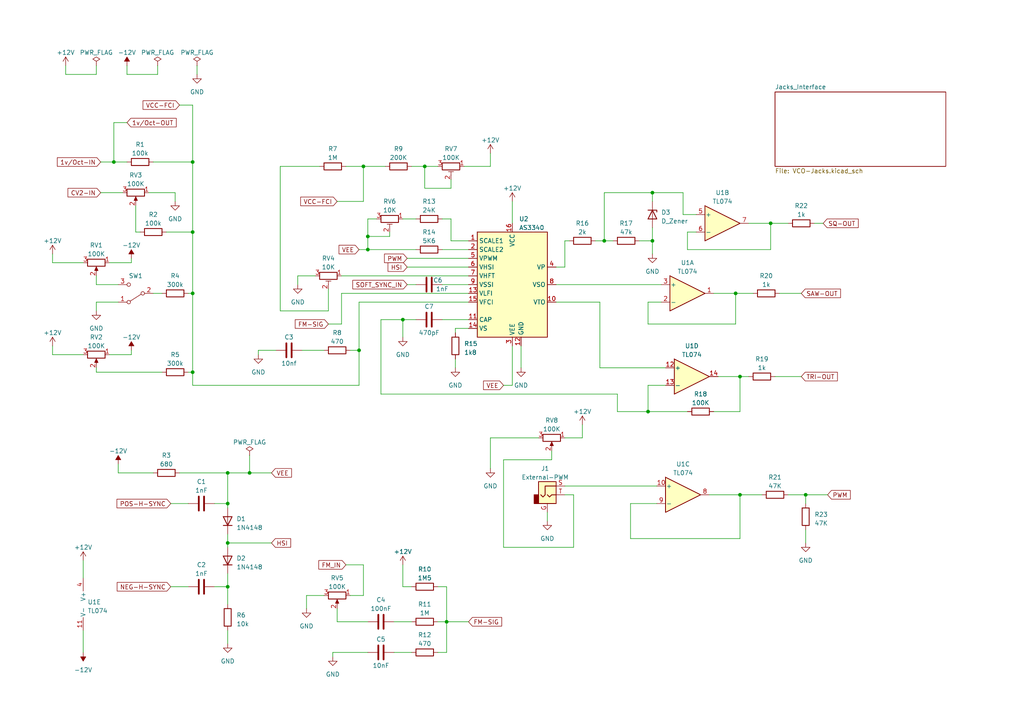
<source format=kicad_sch>
(kicad_sch (version 20230121) (generator eeschema)
  (paper "A4")
  (lib_symbols
    (symbol "Amplifier_Operational:TL074" (pin_names (offset 0.127))
      (property "Reference" "U" (at 0 5.08 0))
      (property "Value" "TL074" (at 0 -5.08 0))
      (symbol "TL074_1_1"
        (polyline (pts (xy -5.08 5.08) (xy 5.08 0) (xy -5.08 -5.08) (xy -5.08 5.08)) (stroke (width 0.254)) (fill (type background)))
        (pin output line (at 7.62 0 180) (length 2.54) (name "~") (number "1"))
        (pin input line (at -7.62 -2.54 0) (length 2.54) (name "-") (number "2"))
        (pin input line (at -7.62 2.54 0) (length 2.54) (name "+") (number "3"))
      )
      (symbol "TL074_2_1"
        (polyline (pts (xy -5.08 5.08) (xy 5.08 0) (xy -5.08 -5.08) (xy -5.08 5.08)) (stroke (width 0.254)) (fill (type background)))
        (pin input line (at -7.62 2.54 0) (length 2.54) (name "+") (number "5"))
        (pin input line (at -7.62 -2.54 0) (length 2.54) (name "-") (number "6"))
        (pin output line (at 7.62 0 180) (length 2.54) (name "~") (number "7"))
      )
      (symbol "TL074_3_1"
        (polyline (pts (xy -5.08 5.08) (xy 5.08 0) (xy -5.08 -5.08) (xy -5.08 5.08)) (stroke (width 0.254)) (fill (type background)))
        (pin input line (at -7.62 2.54 0) (length 2.54) (name "+") (number "10"))
        (pin output line (at 7.62 0 180) (length 2.54) (name "~") (number "8"))
        (pin input line (at -7.62 -2.54 0) (length 2.54) (name "-") (number "9"))
      )
      (symbol "TL074_4_1"
        (polyline (pts (xy -5.08 5.08) (xy 5.08 0) (xy -5.08 -5.08) (xy -5.08 5.08)) (stroke (width 0.254)) (fill (type background)))
        (pin input line (at -7.62 2.54 0) (length 2.54) (name "+") (number "12"))
        (pin input line (at -7.62 -2.54 0) (length 2.54) (name "-") (number "13"))
        (pin output line (at 7.62 0 180) (length 2.54) (name "~") (number "14"))
      )
      (symbol "TL074_5_1"
        (pin power_in line (at -2.54 -7.62 90) (length 3.81) (name "V-") (number "11"))
        (pin power_in line (at -2.54 7.62 270) (length 3.81) (name "V+") (number "4"))
      )
    )
    (symbol "Audio:AS3340"
      (property "Reference" "U" (at -5.08 17.78 0))
      (property "Value" "AS3340" (at 5.08 17.78 0))
      (symbol "AS3340_0_1"
        (rectangle (start -10.16 15.24) (end 10.16 -15.24) (stroke (width 0.254)) (fill (type background)))
      )
      (symbol "AS3340_1_1"
        (pin input line (at -12.7 12.7 0) (length 2.54) (name "SCALE1") (number "1"))
        (pin output line (at 12.7 -5.08 180) (length 2.54) (name "VTO") (number "10"))
        (pin passive line (at -12.7 -10.16 0) (length 2.54) (name "CAP") (number "11"))
        (pin power_in line (at 2.54 -17.78 90) (length 2.54) (name "GND") (number "12"))
        (pin input line (at -12.7 -2.54 0) (length 2.54) (name "VLFI") (number "13"))
        (pin passive line (at -12.7 -12.7 0) (length 2.54) (name "VS") (number "14"))
        (pin input line (at -12.7 -5.08 0) (length 2.54) (name "VFCI") (number "15"))
        (pin power_in line (at 0 17.78 270) (length 2.54) (name "VCC") (number "16"))
        (pin input line (at -12.7 10.16 0) (length 2.54) (name "SCALE2") (number "2"))
        (pin power_in line (at 0 -17.78 90) (length 2.54) (name "VEE") (number "3"))
        (pin output line (at 12.7 5.08 180) (length 2.54) (name "VP") (number "4"))
        (pin input line (at -12.7 7.62 0) (length 2.54) (name "VPWM") (number "5"))
        (pin input line (at -12.7 5.08 0) (length 2.54) (name "VHSI") (number "6"))
        (pin input line (at -12.7 2.54 0) (length 2.54) (name "VHFT") (number "7"))
        (pin output line (at 12.7 0 180) (length 2.54) (name "VSO") (number "8"))
        (pin input line (at -12.7 0 0) (length 2.54) (name "VSSI") (number "9"))
      )
    )
    (symbol "Connector_Audio:AudioJack2_Ground"
      (property "Reference" "J" (at 0 8.89 0))
      (property "Value" "AudioJack2_Ground" (at 0 6.35 0))
      (symbol "AudioJack2_Ground_0_1"
        (rectangle (start -2.54 -2.54) (end -3.81 0) (stroke (width 0.254)) (fill (type outline)))
        (polyline (pts (xy 0 0) (xy 0.635 -0.635) (xy 1.27 0) (xy 2.54 0)) (stroke (width 0.254)))
        (polyline (pts (xy 2.54 2.54) (xy -0.635 2.54) (xy -0.635 0) (xy -1.27 -0.635) (xy -1.905 0)) (stroke (width 0.254)))
        (rectangle (start 2.54 3.81) (end -2.54 -2.54) (stroke (width 0.254)) (fill (type background)))
      )
      (symbol "AudioJack2_Ground_1_1"
        (pin passive line (at 0 -5.08 90) (length 2.54) (name "~") (number "G"))
        (pin passive line (at 5.08 2.54 180) (length 2.54) (name "~") (number "S"))
        (pin passive line (at 5.08 0 180) (length 2.54) (name "~") (number "T"))
      )
    )
    (symbol "Device:C" (pin_numbers hide) (pin_names (offset 0.254))
      (property "Reference" "C" (at 0.635 2.54 0))
      (property "Value" "C" (at 0.635 -2.54 0))
      (symbol "C_0_1"
        (polyline (pts (xy -2.032 -0.762) (xy 2.032 -0.762)) (stroke (width 0.508)))
        (polyline (pts (xy -2.032 0.762) (xy 2.032 0.762)) (stroke (width 0.508)))
      )
      (symbol "C_1_1"
        (pin passive line (at 0 3.81 270) (length 2.794) (name "~") (number "1"))
        (pin passive line (at 0 -3.81 90) (length 2.794) (name "~") (number "2"))
      )
    )
    (symbol "Device:D_Zener" (pin_numbers hide) (pin_names (offset 1.016) hide)
      (property "Reference" "D" (at 0 2.54 0))
      (property "Value" "D_Zener" (at 0 -2.54 0))
      (symbol "D_Zener_0_1"
        (polyline (pts (xy 1.27 0) (xy -1.27 0)))
        (polyline (pts (xy -1.27 -1.27) (xy -1.27 1.27) (xy -0.762 1.27)) (stroke (width 0.254)))
        (polyline (pts (xy 1.27 -1.27) (xy 1.27 1.27) (xy -1.27 0) (xy 1.27 -1.27)) (stroke (width 0.254)))
      )
      (symbol "D_Zener_1_1"
        (pin passive line (at -3.81 0 0) (length 2.54) (name "K") (number "1"))
        (pin passive line (at 3.81 0 180) (length 2.54) (name "A") (number "2"))
      )
    )
    (symbol "Device:R" (pin_numbers hide) (pin_names (offset 0))
      (property "Reference" "R" (at 2.032 0 90))
      (property "Value" "R" (at 0 0 90))
      (symbol "R_0_1"
        (rectangle (start -1.016 -2.54) (end 1.016 2.54) (stroke (width 0.254)))
      )
      (symbol "R_1_1"
        (pin passive line (at 0 3.81 270) (length 1.27) (name "~") (number "1"))
        (pin passive line (at 0 -3.81 90) (length 1.27) (name "~") (number "2"))
      )
    )
    (symbol "Device:R_Potentiometer" (pin_names (offset 1.016) hide)
      (property "Reference" "RV" (at -4.445 0 90))
      (property "Value" "R_Potentiometer" (at -2.54 0 90))
      (symbol "R_Potentiometer_0_1"
        (polyline (pts (xy 2.54 0) (xy 1.524 0)))
        (polyline (pts (xy 1.143 0) (xy 2.286 0.508) (xy 2.286 -0.508) (xy 1.143 0)) (fill (type outline)))
        (rectangle (start 1.016 2.54) (end -1.016 -2.54) (stroke (width 0.254)))
      )
      (symbol "R_Potentiometer_1_1"
        (pin passive line (at 0 3.81 270) (length 1.27) (name "1") (number "1"))
        (pin passive line (at 3.81 0 180) (length 1.27) (name "2") (number "2"))
        (pin passive line (at 0 -3.81 90) (length 1.27) (name "3") (number "3"))
      )
    )
    (symbol "Device:R_Potentiometer_Trim" (pin_names (offset 1.016) hide)
      (property "Reference" "RV" (at -4.445 0 90))
      (property "Value" "R_Potentiometer_Trim" (at -2.54 0 90))
      (symbol "R_Potentiometer_Trim_0_1"
        (polyline (pts (xy 1.524 0.762) (xy 1.524 -0.762)))
        (polyline (pts (xy 2.54 0) (xy 1.524 0)))
        (rectangle (start 1.016 2.54) (end -1.016 -2.54) (stroke (width 0.254)))
      )
      (symbol "R_Potentiometer_Trim_1_1"
        (pin passive line (at 0 3.81 270) (length 1.27) (name "1") (number "1"))
        (pin passive line (at 3.81 0 180) (length 1.27) (name "2") (number "2"))
        (pin passive line (at 0 -3.81 90) (length 1.27) (name "3") (number "3"))
      )
    )
    (symbol "Diode:1N4148" (pin_numbers hide) (pin_names hide)
      (property "Reference" "D" (at 0 2.54 0))
      (property "Value" "1N4148" (at 0 -2.54 0))
      (symbol "1N4148_0_1"
        (polyline (pts (xy -1.27 1.27) (xy -1.27 -1.27)) (stroke (width 0.254)))
        (polyline (pts (xy 1.27 0) (xy -1.27 0)))
        (polyline (pts (xy 1.27 1.27) (xy 1.27 -1.27) (xy -1.27 0) (xy 1.27 1.27)) (stroke (width 0.254)))
      )
      (symbol "1N4148_1_1"
        (pin passive line (at -3.81 0 0) (length 2.54) (name "K") (number "1"))
        (pin passive line (at 3.81 0 180) (length 2.54) (name "A") (number "2"))
      )
    )
    (symbol "Switch:SW_SPDT" (pin_names (offset 0) hide)
      (property "Reference" "SW" (at 0 4.318 0))
      (property "Value" "SW_SPDT" (at 0 -5.08 0))
      (symbol "SW_SPDT_0_0"
        (circle (center -2.032 0) (radius 0.508))
        (circle (center 2.032 -2.54) (radius 0.508))
      )
      (symbol "SW_SPDT_0_1"
        (polyline (pts (xy -1.524 0.254) (xy 1.651 2.286)))
        (circle (center 2.032 2.54) (radius 0.508))
      )
      (symbol "SW_SPDT_1_1"
        (pin passive line (at 5.08 2.54 180) (length 2.54) (name "A") (number "1"))
        (pin passive line (at -5.08 0 0) (length 2.54) (name "B") (number "2"))
        (pin passive line (at 5.08 -2.54 180) (length 2.54) (name "C") (number "3"))
      )
    )
    (symbol "power:+12V" (power) (pin_names (offset 0))
      (property "Value" "+12V" (at 0 3.556 0))
      (symbol "+12V_0_1"
        (polyline (pts (xy -0.762 1.27) (xy 0 2.54)))
        (polyline (pts (xy 0 0) (xy 0 2.54)))
        (polyline (pts (xy 0 2.54) (xy 0.762 1.27)))
      )
      (symbol "+12V_1_1"
        (pin power_in line (at 0 0 90) (length 0) hide (name "+12V") (number "1"))
      )
    )
    (symbol "power:-12V" (power) (pin_names (offset 0))
      (property "Value" "-12V" (at 0 3.81 0))
      (symbol "-12V_0_0"
        (pin power_in line (at 0 0 90) (length 0) hide (name "-12V") (number "1"))
      )
      (symbol "-12V_0_1"
        (polyline (pts (xy 0 0) (xy 0 1.27) (xy 0.762 1.27) (xy 0 2.54) (xy -0.762 1.27) (xy 0 1.27)) (fill (type outline)))
      )
    )
    (symbol "power:GND" (power) (pin_names (offset 0))
      (property "Value" "GND" (at 0 -3.81 0))
      (symbol "GND_0_1"
        (polyline (pts (xy 0 0) (xy 0 -1.27) (xy 1.27 -1.27) (xy 0 -2.54) (xy -1.27 -1.27) (xy 0 -1.27)))
      )
      (symbol "GND_1_1"
        (pin power_in line (at 0 0 270) (length 0) hide (name "GND") (number "1"))
      )
    )
    (symbol "power:PWR_FLAG" (power) (pin_numbers hide) (pin_names (offset 0) hide)
      (property "Value" "PWR_FLAG" (at 0 3.81 0))
      (symbol "PWR_FLAG_0_0"
        (pin power_out line (at 0 0 90) (length 0) (name "pwr") (number "1"))
      )
      (symbol "PWR_FLAG_0_1"
        (polyline (pts (xy 0 0) (xy 0 1.27) (xy -1.016 1.905) (xy 0 2.54) (xy 1.016 1.905) (xy 0 1.27)))
      )
    )
  )
  (junction (at 213.36 85.09))
  (junction (at 106.68 68.58))
  (junction (at 187.96 119.38))
  (junction (at 72.39 137.16))
  (junction (at 223.52 64.77))
  (junction (at 123.19 48.26))
  (junction (at 233.68 143.51))
  (junction (at 104.14 101.6))
  (junction (at 214.63 143.51))
  (junction (at 55.88 107.95))
  (junction (at 129.54 180.34))
  (junction (at 189.23 69.85))
  (junction (at 189.23 55.88))
  (junction (at 66.04 170.18))
  (junction (at 66.04 157.48))
  (junction (at 214.63 109.22))
  (junction (at 175.26 69.85))
  (junction (at 66.04 146.05))
  (junction (at 55.88 67.31))
  (junction (at 55.88 46.99))
  (junction (at 33.02 46.99))
  (junction (at 55.88 85.09))
  (junction (at 105.41 48.26))
  (junction (at 66.04 137.16))
  (junction (at 116.84 92.71))
  (junction (at 106.68 72.39))
  (wire (pts (xy 214.63 109.22) (xy 217.17 109.22)))
  (wire (pts (xy 24.13 162.56) (xy 24.13 167.64)))
  (wire (pts (xy 128.27 72.39) (xy 135.89 72.39)))
  (wire (pts (xy 106.68 68.58) (xy 106.68 72.39)))
  (wire (pts (xy 166.37 143.51) (xy 166.37 158.75)))
  (wire (pts (xy 130.81 63.5) (xy 130.81 69.85)))
  (wire (pts (xy 207.01 85.09) (xy 213.36 85.09)))
  (wire (pts (xy 33.02 46.99) (xy 33.02 35.56)))
  (wire (pts (xy 187.96 111.76) (xy 187.96 119.38)))
  (wire (pts (xy 105.41 48.26) (xy 111.76 48.26)))
  (wire (pts (xy 62.23 146.05) (xy 66.04 146.05)))
  (wire (pts (xy 104.14 87.63) (xy 104.14 101.6)))
  (wire (pts (xy 27.94 82.55) (xy 34.29 82.55)))
  (wire (pts (xy 198.12 62.23) (xy 198.12 55.88)))
  (wire (pts (xy 15.24 73.66) (xy 15.24 76.2)))
  (wire (pts (xy 182.88 156.21) (xy 214.63 156.21)))
  (wire (pts (xy 33.02 35.56) (xy 36.83 35.56)))
  (wire (pts (xy 46.99 107.95) (xy 27.94 107.95)))
  (wire (pts (xy 31.75 76.2) (xy 38.1 76.2)))
  (wire (pts (xy 123.19 54.61) (xy 123.19 48.26)))
  (wire (pts (xy 120.65 92.71) (xy 116.84 92.71)))
  (wire (pts (xy 187.96 87.63) (xy 191.77 87.63)))
  (wire (pts (xy 118.11 82.55) (xy 120.65 82.55)))
  (wire (pts (xy 228.6 143.51) (xy 233.68 143.51)))
  (wire (pts (xy 132.08 104.14) (xy 132.08 106.68)))
  (wire (pts (xy 213.36 93.98) (xy 187.96 93.98)))
  (wire (pts (xy 199.39 67.31) (xy 199.39 72.39)))
  (wire (pts (xy 88.9 172.72) (xy 93.98 172.72)))
  (wire (pts (xy 163.83 140.97) (xy 190.5 140.97)))
  (wire (pts (xy 148.59 58.42) (xy 148.59 64.77)))
  (wire (pts (xy 236.22 64.77) (xy 238.76 64.77)))
  (wire (pts (xy 91.44 80.01) (xy 86.36 80.01)))
  (wire (pts (xy 224.79 109.22) (xy 232.41 109.22)))
  (wire (pts (xy 43.18 55.88) (xy 50.8 55.88)))
  (wire (pts (xy 110.49 92.71) (xy 110.49 114.3)))
  (wire (pts (xy 179.07 114.3) (xy 179.07 119.38)))
  (wire (pts (xy 129.54 170.18) (xy 129.54 180.34)))
  (wire (pts (xy 105.41 172.72) (xy 105.41 163.83)))
  (wire (pts (xy 118.11 77.47) (xy 135.89 77.47)))
  (wire (pts (xy 128.27 82.55) (xy 135.89 82.55)))
  (wire (pts (xy 118.11 74.93) (xy 135.89 74.93)))
  (wire (pts (xy 74.93 101.6) (xy 74.93 102.87)))
  (wire (pts (xy 110.49 114.3) (xy 179.07 114.3)))
  (wire (pts (xy 214.63 143.51) (xy 205.74 143.51)))
  (wire (pts (xy 55.88 46.99) (xy 55.88 30.48)))
  (wire (pts (xy 173.99 87.63) (xy 173.99 106.68)))
  (wire (pts (xy 161.29 87.63) (xy 173.99 87.63)))
  (wire (pts (xy 142.24 48.26) (xy 134.62 48.26)))
  (wire (pts (xy 81.28 90.17) (xy 95.25 90.17)))
  (wire (pts (xy 55.88 67.31) (xy 55.88 46.99)))
  (wire (pts (xy 15.24 102.87) (xy 24.13 102.87)))
  (wire (pts (xy 116.84 163.83) (xy 116.84 170.18)))
  (wire (pts (xy 130.81 54.61) (xy 123.19 54.61)))
  (wire (pts (xy 214.63 156.21) (xy 214.63 143.51)))
  (wire (pts (xy 156.21 127) (xy 142.24 127)))
  (wire (pts (xy 214.63 119.38) (xy 214.63 109.22)))
  (wire (pts (xy 24.13 182.88) (xy 24.13 189.23)))
  (wire (pts (xy 66.04 146.05) (xy 66.04 147.32)))
  (wire (pts (xy 223.52 72.39) (xy 223.52 64.77)))
  (wire (pts (xy 142.24 127) (xy 142.24 135.89)))
  (wire (pts (xy 114.3 189.23) (xy 119.38 189.23)))
  (wire (pts (xy 106.68 63.5) (xy 106.68 68.58)))
  (wire (pts (xy 27.94 80.01) (xy 27.94 82.55)))
  (wire (pts (xy 97.79 58.42) (xy 105.41 58.42)))
  (wire (pts (xy 105.41 163.83) (xy 100.33 163.83)))
  (wire (pts (xy 105.41 58.42) (xy 105.41 48.26)))
  (wire (pts (xy 66.04 157.48) (xy 78.74 157.48)))
  (wire (pts (xy 104.14 101.6) (xy 104.14 111.76)))
  (wire (pts (xy 96.52 189.23) (xy 96.52 190.5)))
  (wire (pts (xy 163.83 127) (xy 168.91 127)))
  (wire (pts (xy 49.53 146.05) (xy 54.61 146.05)))
  (wire (pts (xy 160.02 133.35) (xy 160.02 130.81)))
  (wire (pts (xy 52.07 137.16) (xy 66.04 137.16)))
  (wire (pts (xy 72.39 132.08) (xy 72.39 137.16)))
  (wire (pts (xy 223.52 64.77) (xy 217.17 64.77)))
  (wire (pts (xy 54.61 107.95) (xy 55.88 107.95)))
  (wire (pts (xy 175.26 69.85) (xy 177.8 69.85)))
  (wire (pts (xy 33.02 46.99) (xy 36.83 46.99)))
  (wire (pts (xy 15.24 100.33) (xy 15.24 102.87)))
  (wire (pts (xy 130.81 52.07) (xy 130.81 54.61)))
  (wire (pts (xy 55.88 111.76) (xy 55.88 107.95)))
  (wire (pts (xy 114.3 180.34) (xy 119.38 180.34)))
  (wire (pts (xy 135.89 87.63) (xy 104.14 87.63)))
  (wire (pts (xy 55.88 67.31) (xy 55.88 85.09)))
  (wire (pts (xy 80.01 101.6) (xy 74.93 101.6)))
  (wire (pts (xy 86.36 80.01) (xy 86.36 82.55)))
  (wire (pts (xy 189.23 55.88) (xy 175.26 55.88)))
  (wire (pts (xy 151.13 100.33) (xy 151.13 106.68)))
  (wire (pts (xy 233.68 153.67) (xy 233.68 157.48)))
  (wire (pts (xy 119.38 48.26) (xy 123.19 48.26)))
  (wire (pts (xy 148.59 111.76) (xy 148.59 100.33)))
  (wire (pts (xy 223.52 64.77) (xy 228.6 64.77)))
  (wire (pts (xy 81.28 48.26) (xy 81.28 90.17)))
  (wire (pts (xy 166.37 158.75) (xy 146.05 158.75)))
  (wire (pts (xy 38.1 76.2) (xy 38.1 74.93)))
  (wire (pts (xy 161.29 82.55) (xy 191.77 82.55)))
  (wire (pts (xy 95.25 93.98) (xy 99.06 93.98)))
  (wire (pts (xy 66.04 166.37) (xy 66.04 170.18)))
  (wire (pts (xy 129.54 189.23) (xy 129.54 180.34)))
  (wire (pts (xy 49.53 170.18) (xy 54.61 170.18)))
  (wire (pts (xy 31.75 102.87) (xy 38.1 102.87)))
  (wire (pts (xy 29.21 55.88) (xy 35.56 55.88)))
  (wire (pts (xy 27.94 21.59) (xy 27.94 19.05)))
  (wire (pts (xy 116.84 92.71) (xy 116.84 97.79)))
  (wire (pts (xy 29.21 46.99) (xy 33.02 46.99)))
  (wire (pts (xy 163.83 143.51) (xy 166.37 143.51)))
  (wire (pts (xy 193.04 111.76) (xy 187.96 111.76)))
  (wire (pts (xy 161.29 77.47) (xy 163.83 77.47)))
  (wire (pts (xy 88.9 172.72) (xy 88.9 176.53)))
  (wire (pts (xy 201.93 67.31) (xy 199.39 67.31)))
  (wire (pts (xy 104.14 111.76) (xy 55.88 111.76)))
  (wire (pts (xy 187.96 119.38) (xy 199.39 119.38)))
  (wire (pts (xy 213.36 85.09) (xy 218.44 85.09)))
  (wire (pts (xy 198.12 55.88) (xy 189.23 55.88)))
  (wire (pts (xy 189.23 66.04) (xy 189.23 69.85)))
  (wire (pts (xy 128.27 92.71) (xy 135.89 92.71)))
  (wire (pts (xy 127 170.18) (xy 129.54 170.18)))
  (wire (pts (xy 208.28 109.22) (xy 214.63 109.22)))
  (wire (pts (xy 233.68 143.51) (xy 240.03 143.51)))
  (wire (pts (xy 15.24 76.2) (xy 24.13 76.2)))
  (wire (pts (xy 101.6 172.72) (xy 105.41 172.72)))
  (wire (pts (xy 66.04 170.18) (xy 66.04 175.26)))
  (wire (pts (xy 92.71 48.26) (xy 81.28 48.26)))
  (wire (pts (xy 48.26 67.31) (xy 55.88 67.31)))
  (wire (pts (xy 207.01 119.38) (xy 214.63 119.38)))
  (wire (pts (xy 38.1 102.87) (xy 38.1 101.6)))
  (wire (pts (xy 146.05 133.35) (xy 160.02 133.35)))
  (wire (pts (xy 52.07 30.48) (xy 55.88 30.48)))
  (wire (pts (xy 190.5 146.05) (xy 182.88 146.05)))
  (wire (pts (xy 54.61 85.09) (xy 55.88 85.09)))
  (wire (pts (xy 146.05 111.76) (xy 148.59 111.76)))
  (wire (pts (xy 66.04 182.88) (xy 66.04 186.69)))
  (wire (pts (xy 127 180.34) (xy 129.54 180.34)))
  (wire (pts (xy 132.08 95.25) (xy 135.89 95.25)))
  (wire (pts (xy 179.07 119.38) (xy 187.96 119.38)))
  (wire (pts (xy 163.83 77.47) (xy 163.83 69.85)))
  (wire (pts (xy 163.83 69.85) (xy 165.1 69.85)))
  (wire (pts (xy 19.05 21.59) (xy 27.94 21.59)))
  (wire (pts (xy 226.06 85.09) (xy 232.41 85.09)))
  (wire (pts (xy 72.39 137.16) (xy 78.74 137.16)))
  (wire (pts (xy 97.79 180.34) (xy 106.68 180.34)))
  (wire (pts (xy 66.04 137.16) (xy 72.39 137.16)))
  (wire (pts (xy 172.72 69.85) (xy 175.26 69.85)))
  (wire (pts (xy 158.75 148.59) (xy 158.75 151.13)))
  (wire (pts (xy 36.83 21.59) (xy 45.72 21.59)))
  (wire (pts (xy 201.93 62.23) (xy 198.12 62.23)))
  (wire (pts (xy 95.25 90.17) (xy 95.25 83.82)))
  (wire (pts (xy 185.42 69.85) (xy 189.23 69.85)))
  (wire (pts (xy 123.19 48.26) (xy 127 48.26)))
  (wire (pts (xy 99.06 85.09) (xy 135.89 85.09)))
  (wire (pts (xy 97.79 176.53) (xy 97.79 180.34)))
  (wire (pts (xy 129.54 180.34) (xy 135.89 180.34)))
  (wire (pts (xy 66.04 154.94) (xy 66.04 157.48)))
  (wire (pts (xy 132.08 95.25) (xy 132.08 96.52)))
  (wire (pts (xy 189.23 55.88) (xy 189.23 58.42)))
  (wire (pts (xy 50.8 55.88) (xy 50.8 58.42)))
  (wire (pts (xy 113.03 67.31) (xy 113.03 68.58)))
  (wire (pts (xy 36.83 19.05) (xy 36.83 21.59)))
  (wire (pts (xy 57.15 19.05) (xy 57.15 21.59)))
  (wire (pts (xy 99.06 93.98) (xy 99.06 85.09)))
  (wire (pts (xy 106.68 72.39) (xy 120.65 72.39)))
  (wire (pts (xy 199.39 72.39) (xy 223.52 72.39)))
  (wire (pts (xy 187.96 93.98) (xy 187.96 87.63)))
  (wire (pts (xy 34.29 87.63) (xy 27.94 87.63)))
  (wire (pts (xy 130.81 69.85) (xy 135.89 69.85)))
  (wire (pts (xy 62.23 170.18) (xy 66.04 170.18)))
  (wire (pts (xy 27.94 87.63) (xy 27.94 90.17)))
  (wire (pts (xy 19.05 19.05) (xy 19.05 21.59)))
  (wire (pts (xy 109.22 63.5) (xy 106.68 63.5)))
  (wire (pts (xy 106.68 189.23) (xy 96.52 189.23)))
  (wire (pts (xy 116.84 63.5) (xy 120.65 63.5)))
  (wire (pts (xy 27.94 107.95) (xy 27.94 106.68)))
  (wire (pts (xy 116.84 170.18) (xy 119.38 170.18)))
  (wire (pts (xy 113.03 68.58) (xy 106.68 68.58)))
  (wire (pts (xy 233.68 143.51) (xy 233.68 146.05)))
  (wire (pts (xy 44.45 46.99) (xy 55.88 46.99)))
  (wire (pts (xy 104.14 72.39) (xy 106.68 72.39)))
  (wire (pts (xy 99.06 80.01) (xy 135.89 80.01)))
  (wire (pts (xy 45.72 21.59) (xy 45.72 19.05)))
  (wire (pts (xy 127 189.23) (xy 129.54 189.23)))
  (wire (pts (xy 104.14 101.6) (xy 101.6 101.6)))
  (wire (pts (xy 66.04 157.48) (xy 66.04 158.75)))
  (wire (pts (xy 39.37 59.69) (xy 39.37 67.31)))
  (wire (pts (xy 39.37 67.31) (xy 40.64 67.31)))
  (wire (pts (xy 142.24 44.45) (xy 142.24 48.26)))
  (wire (pts (xy 128.27 63.5) (xy 130.81 63.5)))
  (wire (pts (xy 100.33 48.26) (xy 105.41 48.26)))
  (wire (pts (xy 110.49 92.71) (xy 116.84 92.71)))
  (wire (pts (xy 182.88 146.05) (xy 182.88 156.21)))
  (wire (pts (xy 168.91 127) (xy 168.91 123.19)))
  (wire (pts (xy 55.88 107.95) (xy 55.88 85.09)))
  (wire (pts (xy 66.04 137.16) (xy 66.04 146.05)))
  (wire (pts (xy 175.26 55.88) (xy 175.26 69.85)))
  (wire (pts (xy 87.63 101.6) (xy 93.98 101.6)))
  (wire (pts (xy 213.36 85.09) (xy 213.36 93.98)))
  (wire (pts (xy 173.99 106.68) (xy 193.04 106.68)))
  (wire (pts (xy 214.63 143.51) (xy 220.98 143.51)))
  (wire (pts (xy 34.29 137.16) (xy 44.45 137.16)))
  (wire (pts (xy 189.23 69.85) (xy 189.23 73.66)))
  (wire (pts (xy 146.05 158.75) (xy 146.05 133.35)))
  (wire (pts (xy 44.45 85.09) (xy 46.99 85.09)))
  (wire (pts (xy 34.29 134.62) (xy 34.29 137.16)))
  (global_label "VCC-FCI" (shape input) (at 97.79 58.42 180) (property "Intersheetrefs" "${INTERSHEET_REFS}" (effects hide)))
  (global_label "PWM" (shape input) (at 118.11 74.93 180) (property "Intersheetrefs" "${INTERSHEET_REFS}" (effects hide)))
  (global_label "SAW-OUT" (shape input) (at 232.41 85.09 0) (property "Intersheetrefs" "${INTERSHEET_REFS}" (effects hide)))
  (global_label "SQ-OUT" (shape input) (at 238.76 64.77 0) (property "Intersheetrefs" "${INTERSHEET_REFS}" (effects hide)))
  (global_label "FM-SIG" (shape input) (at 95.25 93.98 180) (property "Intersheetrefs" "${INTERSHEET_REFS}" (effects hide)))
  (global_label "PWM" (shape input) (at 240.03 143.51 0) (property "Intersheetrefs" "${INTERSHEET_REFS}" (effects hide)))
  (global_label "CV2-IN" (shape input) (at 29.21 55.88 180) (property "Intersheetrefs" "${INTERSHEET_REFS}" (effects hide)))
  (global_label "VCC-FCI" (shape input) (at 52.07 30.48 180) (property "Intersheetrefs" "${INTERSHEET_REFS}" (effects hide)))
  (global_label "TRI-OUT" (shape input) (at 232.41 109.22 0) (property "Intersheetrefs" "${INTERSHEET_REFS}" (effects hide)))
  (global_label "HSI" (shape input) (at 78.74 157.48 0) (property "Intersheetrefs" "${INTERSHEET_REFS}" (effects hide)))
  (global_label "HSI" (shape input) (at 118.11 77.47 180) (property "Intersheetrefs" "${INTERSHEET_REFS}" (effects hide)))
  (global_label "VEE" (shape input) (at 78.74 137.16 0) (property "Intersheetrefs" "${INTERSHEET_REFS}" (effects hide)))
  (global_label "NEG-H-SYNC" (shape input) (at 49.53 170.18 180) (property "Intersheetrefs" "${INTERSHEET_REFS}" (effects hide)))
  (global_label "SOFT_SYNC_IN" (shape input) (at 118.11 82.55 180) (property "Intersheetrefs" "${INTERSHEET_REFS}" (effects hide)))
  (global_label "VEE" (shape input) (at 104.14 72.39 180) (property "Intersheetrefs" "${INTERSHEET_REFS}" (effects hide)))
  (global_label "1v{slash}Oct-IN" (shape input) (at 29.21 46.99 180) (property "Intersheetrefs" "${INTERSHEET_REFS}" (effects hide)))
  (global_label "VEE" (shape input) (at 146.05 111.76 180) (property "Intersheetrefs" "${INTERSHEET_REFS}" (effects hide)))
  (global_label "1v{slash}Oct-OUT" (shape input) (at 36.83 35.56 0) (property "Intersheetrefs" "${INTERSHEET_REFS}" (effects hide)))
  (global_label "FM-SIG" (shape input) (at 135.89 180.34 0) (property "Intersheetrefs" "${INTERSHEET_REFS}" (effects hide)))
  (global_label "FM_IN" (shape input) (at 100.33 163.83 180) (property "Intersheetrefs" "${INTERSHEET_REFS}" (effects hide)))
  (global_label "POS-H-SYNC" (shape input) (at 49.53 146.05 180) (property "Intersheetrefs" "${INTERSHEET_REFS}" (effects hide)))
  (symbol (lib_id "Device:R") (at 123.19 180.34 270) (unit 1)
    (property "Reference" "R11" (at 123.19 175.26 90))
    (property "Value" "1M" (at 123.19 177.8 90))
    (property "Footprint" "Resistor_THT:R_Axial_DIN0207_L6.3mm_D2.5mm_P2.54mm_Vertical" (effects hide))
  )
  (symbol (lib_id "Device:R") (at 124.46 72.39 270) (unit 1)
    (property "Reference" "R14" (at 124.46 67.31 90))
    (property "Value" "5K6" (at 124.46 69.85 90))
    (property "Footprint" "Resistor_THT:R_Axial_DIN0207_L6.3mm_D2.5mm_P2.54mm_Vertical" (effects hide))
  )
  (symbol (lib_id "power:GND") (at 151.13 106.68 0) (unit 1)
    (property "Reference" "#PWR024" (effects hide))
    (property "Value" "GND" (at 151.13 111.76 0))
  )
  (symbol (lib_id "power:GND") (at 189.23 73.66 0) (unit 1)
    (property "Reference" "#PWR027" (effects hide))
    (property "Value" "GND" (at 189.23 78.74 0))
  )
  (symbol (lib_id "Amplifier_Operational:TL074") (at 198.12 143.51 0) (unit 3)
    (property "Reference" "U1" (at 198.12 134.62 0))
    (property "Value" "TL074" (at 198.12 137.16 0))
    (property "Footprint" "Package_DIP:DIP-14_W7.62mm" (effects hide))
    (property "Datasheet" "http://www.ti.com/lit/ds/symlink/tl071.pdf" (effects hide))
  )
  (symbol (lib_id "power:GND") (at 116.84 97.79 0) (unit 1)
    (property "Reference" "#PWR018" (effects hide))
    (property "Value" "GND" (at 116.84 102.87 0))
  )
  (symbol (lib_id "power:+12V") (at 15.24 100.33 0) (unit 1)
    (property "Reference" "#PWR02" (effects hide))
    (property "Value" "+12V" (at 15.24 96.52 0))
  )
  (symbol (lib_id "Device:C") (at 110.49 180.34 90) (unit 1)
    (property "Reference" "C4" (at 110.49 173.99 90))
    (property "Value" "100nF" (at 110.49 176.53 90))
    (property "Footprint" "Capacitor_THT:C_Axial_L3.8mm_D2.6mm_P10.00mm_Horizontal" (effects hide))
  )
  (symbol (lib_id "Device:R_Potentiometer") (at 160.02 127 270) (unit 1)
    (property "Reference" "RV8" (at 160.02 121.92 90))
    (property "Value" "100K" (at 160.02 124.46 90))
  )
  (symbol (lib_id "Amplifier_Operational:TL074") (at 199.39 85.09 0) (unit 1)
    (property "Reference" "U1" (at 199.39 76.2 0))
    (property "Value" "TL074" (at 199.39 78.74 0))
    (property "Footprint" "Package_DIP:DIP-14_W7.62mm" (effects hide))
    (property "Datasheet" "http://www.ti.com/lit/ds/symlink/tl071.pdf" (effects hide))
  )
  (symbol (lib_id "power:-12V") (at 36.83 19.05 0) (unit 1)
    (property "Reference" "#PWR08" (effects hide))
    (property "Value" "-12V" (at 36.83 15.24 0))
  )
  (symbol (lib_id "Device:R") (at 48.26 137.16 270) (unit 1)
    (property "Reference" "R3" (at 48.26 132.08 90))
    (property "Value" "680" (at 48.26 134.62 90))
    (property "Footprint" "Resistor_THT:R_Axial_DIN0207_L6.3mm_D2.5mm_P2.54mm_Vertical" (effects hide))
  )
  (symbol (lib_id "power:PWR_FLAG") (at 72.39 132.08 0) (unit 1)
    (property "Reference" "#FLG04" (effects hide))
    (property "Value" "PWR_FLAG" (at 72.39 128.27 0))
  )
  (symbol (lib_id "power:+12V") (at 148.59 58.42 0) (unit 1)
    (property "Reference" "#PWR023" (effects hide))
    (property "Value" "+12V" (at 148.59 54.61 0))
  )
  (symbol (lib_id "Device:R") (at 181.61 69.85 90) (unit 1)
    (property "Reference" "R17" (at 181.61 64.77 90))
    (property "Value" "47k" (at 181.61 67.31 90))
    (property "Footprint" "Resistor_THT:R_Axial_DIN0207_L6.3mm_D2.5mm_P2.54mm_Vertical" (effects hide))
  )
  (symbol (lib_id "power:GND") (at 158.75 151.13 0) (unit 1)
    (property "Reference" "#PWR025" (effects hide))
    (property "Value" "GND" (at 158.75 156.21 0))
  )
  (symbol (lib_id "power:GND") (at 88.9 176.53 0) (unit 1)
    (property "Reference" "#PWR016" (effects hide))
    (property "Value" "GND" (at 88.9 181.61 0))
  )
  (symbol (lib_id "Device:C") (at 110.49 189.23 90) (unit 1)
    (property "Reference" "C5" (at 110.49 185.42 90))
    (property "Value" "10nF" (at 110.49 193.04 90))
    (property "Footprint" "Capacitor_THT:C_Axial_L3.8mm_D2.6mm_P10.00mm_Horizontal" (effects hide))
  )
  (symbol (lib_id "Device:R_Potentiometer_Trim") (at 95.25 80.01 270) (unit 1)
    (property "Reference" "RV4" (at 95.25 74.93 90))
    (property "Value" "10K" (at 95.25 77.47 90))
    (property "Footprint" "Potentiometer_THT:Potentiometer_Bourns_3266Y_Vertical" (effects hide))
  )
  (symbol (lib_id "Device:C") (at 58.42 170.18 90) (unit 1)
    (property "Reference" "C2" (at 58.42 163.83 90))
    (property "Value" "1nF" (at 58.42 166.37 90))
    (property "Footprint" "Capacitor_THT:C_Axial_L3.8mm_D2.6mm_P10.00mm_Horizontal" (effects hide))
  )
  (symbol (lib_id "Amplifier_Operational:TL074") (at 26.67 175.26 0) (unit 5)
    (property "Reference" "U1" (at 25.4 174.625 0) (effects (justify left)))
    (property "Value" "TL074" (at 25.4 177.165 0) (effects (justify left)))
    (property "Footprint" "Package_DIP:DIP-14_W7.62mm" (effects hide))
    (property "Datasheet" "http://www.ti.com/lit/ds/symlink/tl071.pdf" (effects hide))
  )
  (symbol (lib_id "power:GND") (at 57.15 21.59 0) (unit 1)
    (property "Reference" "#PWR012" (effects hide))
    (property "Value" "GND" (at 57.15 26.67 0))
  )
  (symbol (lib_id "power:+12V") (at 168.91 123.19 0) (unit 1)
    (property "Reference" "#PWR026" (effects hide))
    (property "Value" "+12V" (at 168.91 119.38 0))
  )
  (symbol (lib_id "Device:R") (at 222.25 85.09 90) (unit 1)
    (property "Reference" "R20" (at 222.25 80.01 90))
    (property "Value" "1k" (at 222.25 82.55 90))
    (property "Footprint" "Resistor_THT:R_Axial_DIN0207_L6.3mm_D2.5mm_P2.54mm_Vertical" (effects hide))
  )
  (symbol (lib_id "Device:R") (at 115.57 48.26 270) (unit 1)
    (property "Reference" "R9" (at 115.57 43.18 90))
    (property "Value" "200K" (at 115.57 45.72 90))
    (property "Footprint" "Resistor_THT:R_Axial_DIN0207_L6.3mm_D2.5mm_P2.54mm_Vertical" (effects hide))
  )
  (symbol (lib_id "Device:D_Zener") (at 189.23 62.23 270) (unit 1)
    (property "Reference" "D3" (at 191.77 61.595 90) (effects (justify left)))
    (property "Value" "D_Zener" (at 191.77 64.135 90) (effects (justify left)))
    (property "Footprint" "Diode_THT:D_5KPW_P12.70mm_Horizontal" (effects hide))
  )
  (symbol (lib_id "power:GND") (at 50.8 58.42 0) (unit 1)
    (property "Reference" "#PWR011" (effects hide))
    (property "Value" "GND" (at 50.8 63.5 0))
  )
  (symbol (lib_id "power:+12V") (at 19.05 19.05 0) (unit 1)
    (property "Reference" "#PWR03" (effects hide))
    (property "Value" "+12V" (at 19.05 15.24 0))
  )
  (symbol (lib_id "power:PWR_FLAG") (at 27.94 19.05 0) (unit 1)
    (property "Reference" "#FLG01" (effects hide))
    (property "Value" "PWR_FLAG" (at 27.94 15.24 0))
  )
  (symbol (lib_id "power:+12V") (at 15.24 73.66 0) (unit 1)
    (property "Reference" "#PWR01" (effects hide))
    (property "Value" "+12V" (at 15.24 69.85 0))
  )
  (symbol (lib_id "Device:R") (at 233.68 149.86 0) (unit 1)
    (property "Reference" "R23" (at 236.22 149.225 0) (effects (justify left)))
    (property "Value" "47K" (at 236.22 151.765 0) (effects (justify left)))
    (property "Footprint" "Resistor_THT:R_Axial_DIN0207_L6.3mm_D2.5mm_P2.54mm_Vertical" (effects hide))
  )
  (symbol (lib_id "power:GND") (at 27.94 90.17 0) (unit 1)
    (property "Reference" "#PWR06" (effects hide))
    (property "Value" "GND" (at 27.94 95.25 0))
  )
  (symbol (lib_id "Device:C") (at 83.82 101.6 90) (unit 1)
    (property "Reference" "C3" (at 83.82 97.79 90))
    (property "Value" "10nf" (at 83.82 105.41 90))
    (property "Footprint" "Capacitor_THT:C_Axial_L3.8mm_D2.6mm_P10.00mm_Horizontal" (effects hide))
  )
  (symbol (lib_id "Device:R_Potentiometer_Trim") (at 130.81 48.26 270) (unit 1)
    (property "Reference" "RV7" (at 130.81 43.18 90))
    (property "Value" "100K" (at 130.81 45.72 90))
    (property "Footprint" "Potentiometer_THT:Potentiometer_Bourns_3266Y_Vertical" (effects hide))
  )
  (symbol (lib_id "Device:R") (at 123.19 189.23 270) (unit 1)
    (property "Reference" "R12" (at 123.19 184.15 90))
    (property "Value" "470" (at 123.19 186.69 90))
    (property "Footprint" "Resistor_THT:R_Axial_DIN0207_L6.3mm_D2.5mm_P2.54mm_Vertical" (effects hide))
  )
  (symbol (lib_id "Device:R") (at 96.52 48.26 270) (unit 1)
    (property "Reference" "R7" (at 96.52 43.18 90))
    (property "Value" "1M" (at 96.52 45.72 90))
    (property "Footprint" "Resistor_THT:R_Axial_DIN0207_L6.3mm_D2.5mm_P2.54mm_Vertical" (effects hide))
  )
  (symbol (lib_id "power:+12V") (at 24.13 162.56 0) (unit 1)
    (property "Reference" "#PWR04" (effects hide))
    (property "Value" "+12V" (at 24.13 158.75 0))
  )
  (symbol (lib_id "Device:R") (at 44.45 67.31 90) (unit 1)
    (property "Reference" "R2" (at 44.45 62.23 90))
    (property "Value" "100k" (at 44.45 64.77 90))
    (property "Footprint" "Resistor_THT:R_Axial_DIN0207_L6.3mm_D2.5mm_P2.54mm_Vertical" (effects hide))
  )
  (symbol (lib_id "Audio:AS3340") (at 148.59 82.55 0) (unit 1)
    (property "Reference" "U2" (at 150.5459 63.5 0) (effects (justify left)))
    (property "Value" "AS3340" (at 150.5459 66.04 0) (effects (justify left)))
    (property "Footprint" "Package_DIP:DIP-16_W7.62mm" (effects hide))
    (property "Datasheet" "http://www.alfarzpp.lv/eng/sc/AS3340.pdf" (effects hide))
  )
  (symbol (lib_id "power:-12V") (at 24.13 189.23 180) (unit 1)
    (property "Reference" "#PWR05" (effects hide))
    (property "Value" "-12V" (at 24.13 194.31 0))
  )
  (symbol (lib_id "Device:R") (at 232.41 64.77 90) (unit 1)
    (property "Reference" "R22" (at 232.41 59.69 90))
    (property "Value" "1k" (at 232.41 62.23 90))
    (property "Footprint" "Resistor_THT:R_Axial_DIN0207_L6.3mm_D2.5mm_P2.54mm_Vertical" (effects hide))
  )
  (symbol (lib_id "Device:R_Potentiometer_Trim") (at 113.03 63.5 270) (unit 1)
    (property "Reference" "RV6" (at 113.03 58.42 90))
    (property "Value" "10K" (at 113.03 60.96 90))
    (property "Footprint" "Potentiometer_THT:Potentiometer_Bourns_3266Y_Vertical" (effects hide))
  )
  (symbol (lib_id "Device:R") (at 50.8 85.09 90) (unit 1)
    (property "Reference" "R4" (at 50.8 80.01 90))
    (property "Value" "300k" (at 50.8 82.55 90))
    (property "Footprint" "Resistor_THT:R_Axial_DIN0207_L6.3mm_D2.5mm_P2.54mm_Vertical" (effects hide))
  )
  (symbol (lib_id "Device:R") (at 40.64 46.99 90) (unit 1)
    (property "Reference" "R1" (at 40.64 41.91 90))
    (property "Value" "100k" (at 40.64 44.45 90))
    (property "Footprint" "Resistor_THT:R_Axial_DIN0207_L6.3mm_D2.5mm_P2.54mm_Vertical" (effects hide))
  )
  (symbol (lib_id "power:PWR_FLAG") (at 45.72 19.05 0) (unit 1)
    (property "Reference" "#FLG02" (effects hide))
    (property "Value" "PWR_FLAG" (at 45.72 15.24 0))
  )
  (symbol (lib_id "Device:R_Potentiometer") (at 39.37 55.88 270) (unit 1)
    (property "Reference" "RV3" (at 39.37 50.8 90))
    (property "Value" "100K" (at 39.37 53.34 90))
  )
  (symbol (lib_id "power:-12V") (at 38.1 74.93 0) (unit 1)
    (property "Reference" "#PWR09" (effects hide))
    (property "Value" "-12V" (at 38.1 71.12 0))
  )
  (symbol (lib_id "Amplifier_Operational:TL074") (at 200.66 109.22 0) (unit 4)
    (property "Reference" "U1" (at 200.66 100.33 0))
    (property "Value" "TL074" (at 200.66 102.87 0))
    (property "Footprint" "Package_DIP:DIP-14_W7.62mm" (effects hide))
    (property "Datasheet" "http://www.ti.com/lit/ds/symlink/tl071.pdf" (effects hide))
  )
  (symbol (lib_id "Device:R") (at 220.98 109.22 90) (unit 1)
    (property "Reference" "R19" (at 220.98 104.14 90))
    (property "Value" "1k" (at 220.98 106.68 90))
    (property "Footprint" "Resistor_THT:R_Axial_DIN0207_L6.3mm_D2.5mm_P2.54mm_Vertical" (effects hide))
  )
  (symbol (lib_id "Device:R") (at 203.2 119.38 90) (unit 1)
    (property "Reference" "R18" (at 203.2 114.3 90))
    (property "Value" "100K" (at 203.2 116.84 90))
    (property "Footprint" "Resistor_THT:R_Axial_DIN0207_L6.3mm_D2.5mm_P2.54mm_Vertical" (effects hide))
  )
  (symbol (lib_id "Device:C") (at 124.46 82.55 90) (unit 1)
    (property "Reference" "C6" (at 127 81.28 90))
    (property "Value" "1nF" (at 128.27 83.82 90))
    (property "Footprint" "Capacitor_THT:C_Axial_L3.8mm_D2.6mm_P10.00mm_Horizontal" (effects hide))
  )
  (symbol (lib_id "Device:R_Potentiometer") (at 27.94 76.2 270) (unit 1)
    (property "Reference" "RV1" (at 27.94 71.12 90))
    (property "Value" "100K" (at 27.94 73.66 90))
  )
  (symbol (lib_id "Device:R_Potentiometer") (at 27.94 102.87 270) (unit 1)
    (property "Reference" "RV2" (at 27.94 97.79 90))
    (property "Value" "100K" (at 27.94 100.33 90))
  )
  (symbol (lib_id "Device:R_Potentiometer") (at 97.79 172.72 270) (unit 1)
    (property "Reference" "RV5" (at 97.79 167.64 90))
    (property "Value" "100K" (at 97.79 170.18 90))
  )
  (symbol (lib_id "Amplifier_Operational:TL074") (at 209.55 64.77 0) (unit 2)
    (property "Reference" "U1" (at 209.55 55.88 0))
    (property "Value" "TL074" (at 209.55 58.42 0))
    (property "Footprint" "Package_DIP:DIP-14_W7.62mm" (effects hide))
    (property "Datasheet" "http://www.ti.com/lit/ds/symlink/tl071.pdf" (effects hide))
  )
  (symbol (lib_id "power:+12V") (at 142.24 44.45 0) (unit 1)
    (property "Reference" "#PWR021" (effects hide))
    (property "Value" "+12V" (at 142.24 40.64 0))
  )
  (symbol (lib_id "Device:C") (at 124.46 92.71 90) (unit 1)
    (property "Reference" "C7" (at 124.46 88.9 90))
    (property "Value" "470pF" (at 124.46 96.52 90))
    (property "Footprint" "Capacitor_THT:C_Axial_L3.8mm_D2.6mm_P10.00mm_Horizontal" (effects hide))
  )
  (symbol (lib_id "Switch:SW_SPDT") (at 39.37 85.09 180) (unit 1)
    (property "Reference" "SW1" (at 39.37 80.01 0))
    (property "Value" "SW_SPDT" (effects hide))
    (property "Footprint" "Button_Switch_SMD:SW_DPDT_CK_JS202011JCQN" (effects hide))
  )
  (symbol (lib_id "Diode:1N4148") (at 66.04 162.56 90) (unit 1)
    (property "Reference" "D2" (at 68.58 161.925 90) (effects (justify right)))
    (property "Value" "1N4148" (at 68.58 164.465 90) (effects (justify right)))
    (property "Footprint" "Diode_THT:D_DO-35_SOD27_P7.62mm_Horizontal" (effects hide))
    (property "Datasheet" "https://assets.nexperia.com/documents/data-sheet/1N4148_1N4448.pdf" (effects hide))
    (property "Sim.Device" "D" (effects hide))
    (property "Sim.Pins" "1=K 2=A" (effects hide))
  )
  (symbol (lib_id "Device:R") (at 124.46 63.5 270) (unit 1)
    (property "Reference" "R13" (at 124.46 58.42 90))
    (property "Value" "24K" (at 124.46 60.96 90))
    (property "Footprint" "Resistor_THT:R_Axial_DIN0207_L6.3mm_D2.5mm_P2.54mm_Vertical" (effects hide))
  )
  (symbol (lib_id "Device:R") (at 123.19 170.18 270) (unit 1)
    (property "Reference" "R10" (at 123.19 165.1 90))
    (property "Value" "1M5" (at 123.19 167.64 90))
    (property "Footprint" "Resistor_THT:R_Axial_DIN0207_L6.3mm_D2.5mm_P2.54mm_Vertical" (effects hide))
  )
  (symbol (lib_id "power:GND") (at 66.04 186.69 0) (unit 1)
    (property "Reference" "#PWR013" (effects hide))
    (property "Value" "GND" (at 66.04 191.77 0))
  )
  (symbol (lib_id "power:GND") (at 86.36 82.55 0) (unit 1)
    (property "Reference" "#PWR015" (effects hide))
    (property "Value" "GND" (at 86.36 87.63 0))
  )
  (symbol (lib_id "power:-12V") (at 34.29 134.62 0) (unit 1)
    (property "Reference" "#PWR07" (effects hide))
    (property "Value" "-12V" (at 34.29 130.81 0))
  )
  (symbol (lib_id "Device:C") (at 58.42 146.05 90) (unit 1)
    (property "Reference" "C1" (at 58.42 139.7 90))
    (property "Value" "1nF" (at 58.42 142.24 90))
    (property "Footprint" "Capacitor_THT:C_Axial_L3.8mm_D2.6mm_P10.00mm_Horizontal" (effects hide))
  )
  (symbol (lib_id "power:GND") (at 233.68 157.48 0) (unit 1)
    (property "Reference" "#PWR028" (effects hide))
    (property "Value" "GND" (at 233.68 162.56 0))
  )
  (symbol (lib_id "Device:R") (at 168.91 69.85 90) (unit 1)
    (property "Reference" "R16" (at 168.91 64.77 90))
    (property "Value" "2k" (at 168.91 67.31 90))
    (property "Footprint" "Resistor_THT:R_Axial_DIN0207_L6.3mm_D2.5mm_P2.54mm_Vertical" (effects hide))
  )
  (symbol (lib_id "power:-12V") (at 38.1 101.6 0) (unit 1)
    (property "Reference" "#PWR010" (effects hide))
    (property "Value" "-12V" (at 38.1 97.79 0))
  )
  (symbol (lib_id "Connector_Audio:AudioJack2_Ground") (at 158.75 143.51 0) (unit 1)
    (property "Reference" "J1" (at 158.115 135.89 0))
    (property "Value" "External-PWM" (at 158.115 138.43 0))
  )
  (symbol (lib_id "Device:R") (at 66.04 179.07 180) (unit 1)
    (property "Reference" "R6" (at 68.58 178.435 0) (effects (justify right)))
    (property "Value" "10k" (at 68.58 180.975 0) (effects (justify right)))
    (property "Footprint" "Resistor_THT:R_Axial_DIN0207_L6.3mm_D2.5mm_P2.54mm_Vertical" (effects hide))
  )
  (symbol (lib_id "Diode:1N4148") (at 66.04 151.13 90) (unit 1)
    (property "Reference" "D1" (at 68.58 150.495 90) (effects (justify right)))
    (property "Value" "1N4148" (at 68.58 153.035 90) (effects (justify right)))
    (property "Footprint" "Diode_THT:D_DO-35_SOD27_P7.62mm_Horizontal" (effects hide))
    (property "Datasheet" "https://assets.nexperia.com/documents/data-sheet/1N4148_1N4448.pdf" (effects hide))
    (property "Sim.Device" "D" (effects hide))
    (property "Sim.Pins" "1=K 2=A" (effects hide))
  )
  (symbol (lib_id "power:GND") (at 96.52 190.5 0) (unit 1)
    (property "Reference" "#PWR017" (effects hide))
    (property "Value" "GND" (at 96.52 195.58 0))
  )
  (symbol (lib_id "power:+12V") (at 116.84 163.83 0) (unit 1)
    (property "Reference" "#PWR019" (effects hide))
    (property "Value" "+12V" (at 116.84 160.02 0))
  )
  (symbol (lib_id "power:GND") (at 142.24 135.89 0) (unit 1)
    (property "Reference" "#PWR022" (effects hide))
    (property "Value" "GND" (at 142.24 140.97 0))
  )
  (symbol (lib_id "Device:R") (at 224.79 143.51 270) (unit 1)
    (property "Reference" "R21" (at 224.79 138.43 90))
    (property "Value" "47K" (at 224.79 140.97 90))
    (property "Footprint" "Resistor_THT:R_Axial_DIN0207_L6.3mm_D2.5mm_P2.54mm_Vertical" (effects hide))
  )
  (symbol (lib_id "power:PWR_FLAG") (at 57.15 19.05 0) (unit 1)
    (property "Reference" "#FLG03" (effects hide))
    (property "Value" "PWR_FLAG" (at 57.15 15.24 0))
  )
  (symbol (lib_id "Device:R") (at 132.08 100.33 180) (unit 1)
    (property "Reference" "R15" (at 134.62 99.695 0) (effects (justify right)))
    (property "Value" "1k8" (at 134.62 102.235 0) (effects (justify right)))
    (property "Footprint" "Resistor_THT:R_Axial_DIN0207_L6.3mm_D2.5mm_P2.54mm_Vertical" (effects hide))
  )
  (symbol (lib_id "Device:R") (at 97.79 101.6 270) (unit 1)
    (property "Reference" "R8" (at 97.79 96.52 90))
    (property "Value" "470" (at 97.79 99.06 90))
    (property "Footprint" "Resistor_THT:R_Axial_DIN0207_L6.3mm_D2.5mm_P2.54mm_Vertical" (effects hide))
  )
  (symbol (lib_id "power:GND") (at 74.93 102.87 0) (unit 1)
    (property "Reference" "#PWR014" (effects hide))
    (property "Value" "GND" (at 74.93 107.95 0))
  )
  (symbol (lib_id "power:GND") (at 132.08 106.68 0) (unit 1)
    (property "Reference" "#PWR020" (effects hide))
    (property "Value" "GND" (at 132.08 111.76 0))
  )
  (symbol (lib_id "Device:R") (at 50.8 107.95 90) (unit 1)
    (property "Reference" "R5" (at 50.8 102.87 90))
    (property "Value" "300k" (at 50.8 105.41 90))
    (property "Footprint" "Resistor_THT:R_Axial_DIN0207_L6.3mm_D2.5mm_P2.54mm_Vertical" (effects hide))
  )
  (sheet (at 224.79 26.67) (size 49.53 21.59) (stroke (width 0.1524))
    (property "Sheetname" "Jacks_Interface" (at 224.79 25.9584 0) (effects (justify left bottom)))
    (property "Sheetfile" "VCO-Jacks.kicad_sch" (at 224.79 48.8446 0) (effects (justify left top)))
  )
)
</source>
